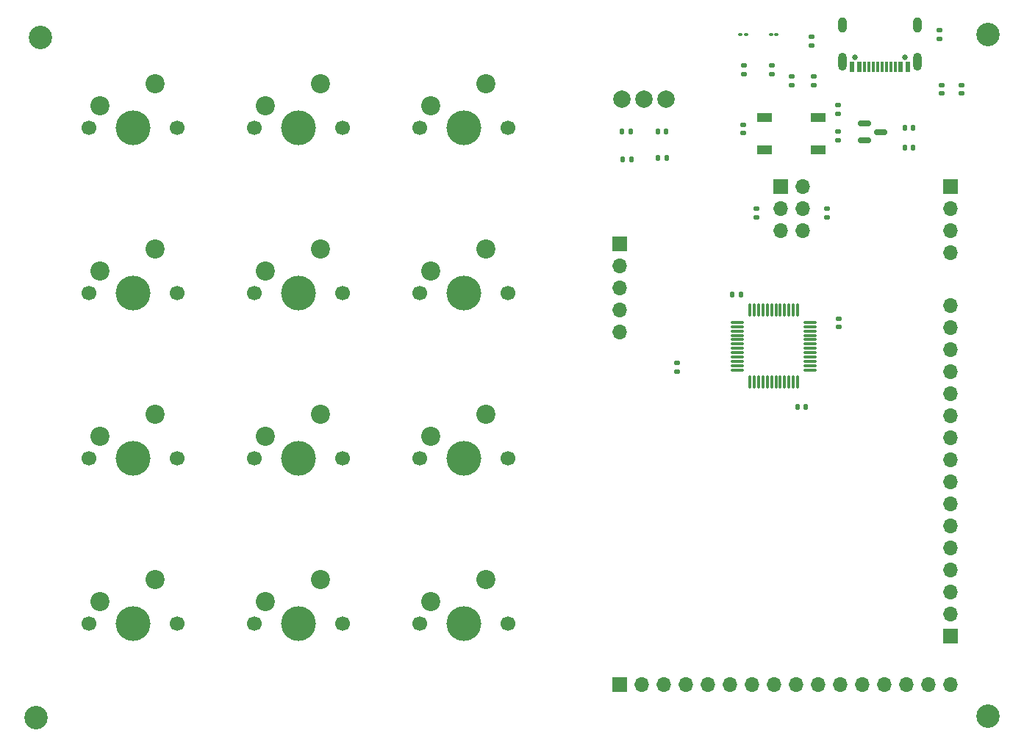
<source format=gbr>
%TF.GenerationSoftware,KiCad,Pcbnew,7.0.6-7.0.6~ubuntu20.04.1*%
%TF.CreationDate,2023-09-11T17:25:35+08:00*%
%TF.ProjectId,pro72,70726f37-322e-46b6-9963-61645f706362,rev?*%
%TF.SameCoordinates,Original*%
%TF.FileFunction,Soldermask,Top*%
%TF.FilePolarity,Negative*%
%FSLAX46Y46*%
G04 Gerber Fmt 4.6, Leading zero omitted, Abs format (unit mm)*
G04 Created by KiCad (PCBNEW 7.0.6-7.0.6~ubuntu20.04.1) date 2023-09-11 17:25:35*
%MOMM*%
%LPD*%
G01*
G04 APERTURE LIST*
G04 Aperture macros list*
%AMRoundRect*
0 Rectangle with rounded corners*
0 $1 Rounding radius*
0 $2 $3 $4 $5 $6 $7 $8 $9 X,Y pos of 4 corners*
0 Add a 4 corners polygon primitive as box body*
4,1,4,$2,$3,$4,$5,$6,$7,$8,$9,$2,$3,0*
0 Add four circle primitives for the rounded corners*
1,1,$1+$1,$2,$3*
1,1,$1+$1,$4,$5*
1,1,$1+$1,$6,$7*
1,1,$1+$1,$8,$9*
0 Add four rect primitives between the rounded corners*
20,1,$1+$1,$2,$3,$4,$5,0*
20,1,$1+$1,$4,$5,$6,$7,0*
20,1,$1+$1,$6,$7,$8,$9,0*
20,1,$1+$1,$8,$9,$2,$3,0*%
G04 Aperture macros list end*
%ADD10RoundRect,0.135000X0.135000X0.185000X-0.135000X0.185000X-0.135000X-0.185000X0.135000X-0.185000X0*%
%ADD11C,1.700000*%
%ADD12C,4.000000*%
%ADD13C,2.200000*%
%ADD14RoundRect,0.140000X-0.140000X-0.170000X0.140000X-0.170000X0.140000X0.170000X-0.140000X0.170000X0*%
%ADD15R,1.700000X1.700000*%
%ADD16O,1.700000X1.700000*%
%ADD17C,2.700000*%
%ADD18RoundRect,0.135000X-0.185000X0.135000X-0.185000X-0.135000X0.185000X-0.135000X0.185000X0.135000X0*%
%ADD19RoundRect,0.140000X-0.170000X0.140000X-0.170000X-0.140000X0.170000X-0.140000X0.170000X0.140000X0*%
%ADD20C,2.000000*%
%ADD21RoundRect,0.135000X0.185000X-0.135000X0.185000X0.135000X-0.185000X0.135000X-0.185000X-0.135000X0*%
%ADD22RoundRect,0.100000X0.130000X0.100000X-0.130000X0.100000X-0.130000X-0.100000X0.130000X-0.100000X0*%
%ADD23RoundRect,0.150000X-0.587500X-0.150000X0.587500X-0.150000X0.587500X0.150000X-0.587500X0.150000X0*%
%ADD24RoundRect,0.140000X0.170000X-0.140000X0.170000X0.140000X-0.170000X0.140000X-0.170000X-0.140000X0*%
%ADD25C,0.650000*%
%ADD26R,0.600000X1.240000*%
%ADD27R,0.300000X1.240000*%
%ADD28O,1.000000X2.100000*%
%ADD29O,1.000000X1.800000*%
%ADD30R,1.800000X1.100000*%
%ADD31RoundRect,0.075000X-0.662500X-0.075000X0.662500X-0.075000X0.662500X0.075000X-0.662500X0.075000X0*%
%ADD32RoundRect,0.075000X-0.075000X-0.662500X0.075000X-0.662500X0.075000X0.662500X-0.075000X0.662500X0*%
%ADD33RoundRect,0.140000X0.140000X0.170000X-0.140000X0.170000X-0.140000X-0.170000X0.140000X-0.170000X0*%
G04 APERTURE END LIST*
D10*
%TO.C,R10*%
X183780000Y-53800000D03*
X182760000Y-53800000D03*
%TD*%
D11*
%TO.C,SWK12*%
X159385000Y-107315000D03*
D12*
X164465000Y-107315000D03*
D11*
X169545000Y-107315000D03*
D13*
X167005000Y-102235000D03*
X160655000Y-104775000D03*
%TD*%
D14*
%TO.C,C12*%
X186820000Y-50600000D03*
X187780000Y-50600000D03*
%TD*%
D11*
%TO.C,SWK8*%
X140335000Y-88265000D03*
D12*
X145415000Y-88265000D03*
D11*
X150495000Y-88265000D03*
D13*
X147955000Y-83185000D03*
X141605000Y-85725000D03*
%TD*%
D11*
%TO.C,SWKK10*%
X121285000Y-107315000D03*
D12*
X126365000Y-107315000D03*
D11*
X131445000Y-107315000D03*
D13*
X128905000Y-102235000D03*
X122555000Y-104775000D03*
%TD*%
D15*
%TO.C,J5*%
X220472000Y-108712000D03*
D16*
X220472000Y-106172000D03*
X220472000Y-103632000D03*
X220472000Y-101092000D03*
X220472000Y-98552000D03*
X220472000Y-96012000D03*
X220472000Y-93472000D03*
X220472000Y-90932000D03*
X220472000Y-88392000D03*
X220472000Y-85852000D03*
X220472000Y-83312000D03*
X220472000Y-80772000D03*
X220472000Y-78232000D03*
X220472000Y-75692000D03*
X220472000Y-73152000D03*
X220472000Y-70612000D03*
%TD*%
D17*
%TO.C,H4*%
X115189000Y-118110000D03*
%TD*%
D11*
%TO.C,SWK2*%
X140335000Y-50165000D03*
D12*
X145415000Y-50165000D03*
D11*
X150495000Y-50165000D03*
D13*
X147955000Y-45085000D03*
X141605000Y-47625000D03*
%TD*%
D18*
%TO.C,R3*%
X206248000Y-59436000D03*
X206248000Y-60456000D03*
%TD*%
D19*
%TO.C,C3*%
X219456000Y-45240000D03*
X219456000Y-46200000D03*
%TD*%
D20*
%TO.C,SW1*%
X182700000Y-46800000D03*
X185200000Y-46800000D03*
X187700000Y-46800000D03*
%TD*%
D15*
%TO.C,J1*%
X200914000Y-56904000D03*
D16*
X203454000Y-56904000D03*
X200914000Y-59444000D03*
X203454000Y-59444000D03*
X200914000Y-61984000D03*
X203454000Y-61984000D03*
%TD*%
D17*
%TO.C,H3*%
X224790000Y-117983000D03*
%TD*%
D14*
%TO.C,C5*%
X215265000Y-52451000D03*
X216225000Y-52451000D03*
%TD*%
D21*
%TO.C,R5*%
X196753000Y-43946000D03*
X196753000Y-42926000D03*
%TD*%
D11*
%TO.C,SWK6*%
X159385000Y-69215000D03*
D12*
X164465000Y-69215000D03*
D11*
X169545000Y-69215000D03*
D13*
X167005000Y-64135000D03*
X160655000Y-66675000D03*
%TD*%
D22*
%TO.C,D14*%
X196955500Y-39370000D03*
X196315500Y-39370000D03*
%TD*%
D11*
%TO.C,SWK5*%
X140335000Y-69215000D03*
D12*
X145415000Y-69215000D03*
D11*
X150495000Y-69215000D03*
D13*
X147955000Y-64135000D03*
X141605000Y-66675000D03*
%TD*%
D23*
%TO.C,U2*%
X210566000Y-49662000D03*
X210566000Y-51562000D03*
X212441000Y-50612000D03*
%TD*%
D10*
%TO.C,R9*%
X187800000Y-53600000D03*
X186780000Y-53600000D03*
%TD*%
D22*
%TO.C,D13*%
X200472000Y-39370000D03*
X199832000Y-39370000D03*
%TD*%
D14*
%TO.C,C9*%
X195382000Y-69342000D03*
X196342000Y-69342000D03*
%TD*%
D24*
%TO.C,C6*%
X188976000Y-78232000D03*
X188976000Y-77272000D03*
%TD*%
%TO.C,C10*%
X196596000Y-50742000D03*
X196596000Y-49782000D03*
%TD*%
D18*
%TO.C,R12*%
X219202000Y-38862000D03*
X219202000Y-39882000D03*
%TD*%
D11*
%TO.C,SWK3*%
X159385000Y-50165000D03*
D12*
X164465000Y-50165000D03*
D11*
X169545000Y-50165000D03*
D13*
X167005000Y-45085000D03*
X160655000Y-47625000D03*
%TD*%
D18*
%TO.C,R1*%
X207518000Y-50546000D03*
X207518000Y-51566000D03*
%TD*%
%TO.C,R7*%
X204724000Y-44196000D03*
X204724000Y-45216000D03*
%TD*%
D25*
%TO.C,J2*%
X215260000Y-41980000D03*
X209480000Y-41980000D03*
D26*
X215570000Y-43100000D03*
X214770000Y-43100000D03*
D27*
X213620000Y-43100000D03*
X212620000Y-43100000D03*
X212120000Y-43100000D03*
X211120000Y-43100000D03*
D26*
X209970000Y-43100000D03*
X209170000Y-43100000D03*
X209170000Y-43100000D03*
X209970000Y-43100000D03*
D27*
X210620000Y-43100000D03*
X211620000Y-43100000D03*
X213120000Y-43100000D03*
X214120000Y-43100000D03*
D26*
X214770000Y-43100000D03*
X215570000Y-43100000D03*
D28*
X216690000Y-42500000D03*
D29*
X216690000Y-38300000D03*
D28*
X208050000Y-42500000D03*
D29*
X208050000Y-38300000D03*
%TD*%
D11*
%TO.C,SWK11*%
X140335000Y-107315000D03*
D12*
X145415000Y-107315000D03*
D11*
X150495000Y-107315000D03*
D13*
X147955000Y-102235000D03*
X141605000Y-104775000D03*
%TD*%
D11*
%TO.C,SWK7*%
X121285000Y-88265000D03*
D12*
X126365000Y-88265000D03*
D11*
X131445000Y-88265000D03*
D13*
X128905000Y-83185000D03*
X122555000Y-85725000D03*
%TD*%
D11*
%TO.C,SWK1*%
X121285000Y-50165000D03*
D12*
X126365000Y-50165000D03*
D11*
X131445000Y-50165000D03*
D13*
X128905000Y-45085000D03*
X122555000Y-47625000D03*
%TD*%
D15*
%TO.C,J3*%
X220472000Y-56896000D03*
D16*
X220472000Y-59436000D03*
X220472000Y-61976000D03*
X220472000Y-64516000D03*
%TD*%
D21*
%TO.C,R8*%
X207518000Y-48518000D03*
X207518000Y-47498000D03*
%TD*%
%TO.C,R4*%
X199898000Y-43942000D03*
X199898000Y-42922000D03*
%TD*%
D19*
%TO.C,C8*%
X207645000Y-72136000D03*
X207645000Y-73096000D03*
%TD*%
%TO.C,C2*%
X221742000Y-45240000D03*
X221742000Y-46200000D03*
%TD*%
D11*
%TO.C,SWK9*%
X159385000Y-88265000D03*
D12*
X164465000Y-88265000D03*
D11*
X169545000Y-88265000D03*
D13*
X167005000Y-83185000D03*
X160655000Y-85725000D03*
%TD*%
D30*
%TO.C,SW2*%
X199084000Y-48950000D03*
X205284000Y-48950000D03*
X199084000Y-52650000D03*
X205284000Y-52650000D03*
%TD*%
D31*
%TO.C,U1*%
X195989500Y-72561000D03*
X195989500Y-73061000D03*
X195989500Y-73561000D03*
X195989500Y-74061000D03*
X195989500Y-74561000D03*
X195989500Y-75061000D03*
X195989500Y-75561000D03*
X195989500Y-76061000D03*
X195989500Y-76561000D03*
X195989500Y-77061000D03*
X195989500Y-77561000D03*
X195989500Y-78061000D03*
D32*
X197402000Y-79473500D03*
X197902000Y-79473500D03*
X198402000Y-79473500D03*
X198902000Y-79473500D03*
X199402000Y-79473500D03*
X199902000Y-79473500D03*
X200402000Y-79473500D03*
X200902000Y-79473500D03*
X201402000Y-79473500D03*
X201902000Y-79473500D03*
X202402000Y-79473500D03*
X202902000Y-79473500D03*
D31*
X204314500Y-78061000D03*
X204314500Y-77561000D03*
X204314500Y-77061000D03*
X204314500Y-76561000D03*
X204314500Y-76061000D03*
X204314500Y-75561000D03*
X204314500Y-75061000D03*
X204314500Y-74561000D03*
X204314500Y-74061000D03*
X204314500Y-73561000D03*
X204314500Y-73061000D03*
X204314500Y-72561000D03*
D32*
X202902000Y-71148500D03*
X202402000Y-71148500D03*
X201902000Y-71148500D03*
X201402000Y-71148500D03*
X200902000Y-71148500D03*
X200402000Y-71148500D03*
X199902000Y-71148500D03*
X199402000Y-71148500D03*
X198902000Y-71148500D03*
X198402000Y-71148500D03*
X197902000Y-71148500D03*
X197402000Y-71148500D03*
%TD*%
D17*
%TO.C,H1*%
X115697000Y-39751000D03*
%TD*%
D14*
%TO.C,C4*%
X215265000Y-50165000D03*
X216225000Y-50165000D03*
%TD*%
D17*
%TO.C,H2*%
X224790000Y-39370000D03*
%TD*%
D14*
%TO.C,C13*%
X182690000Y-50600000D03*
X183650000Y-50600000D03*
%TD*%
D15*
%TO.C,J4*%
X182372000Y-114300000D03*
D16*
X184912000Y-114300000D03*
X187452000Y-114300000D03*
X189992000Y-114300000D03*
X192532000Y-114300000D03*
X195072000Y-114300000D03*
X197612000Y-114300000D03*
X200152000Y-114300000D03*
X202692000Y-114300000D03*
X205232000Y-114300000D03*
X207772000Y-114300000D03*
X210312000Y-114300000D03*
X212852000Y-114300000D03*
X215392000Y-114300000D03*
X217932000Y-114300000D03*
X220472000Y-114300000D03*
%TD*%
D15*
%TO.C,J6*%
X182372000Y-63500000D03*
D16*
X182372000Y-66040000D03*
X182372000Y-68580000D03*
X182372000Y-71120000D03*
X182372000Y-73660000D03*
%TD*%
D18*
%TO.C,R6*%
X202184000Y-44196000D03*
X202184000Y-45216000D03*
%TD*%
D33*
%TO.C,C7*%
X203835000Y-82296000D03*
X202875000Y-82296000D03*
%TD*%
D21*
%TO.C,R2*%
X198120000Y-60464000D03*
X198120000Y-59444000D03*
%TD*%
D11*
%TO.C,SWK4*%
X121285000Y-69215000D03*
D12*
X126365000Y-69215000D03*
D11*
X131445000Y-69215000D03*
D13*
X128905000Y-64135000D03*
X122555000Y-66675000D03*
%TD*%
D21*
%TO.C,R11*%
X204470000Y-40640000D03*
X204470000Y-39620000D03*
%TD*%
M02*

</source>
